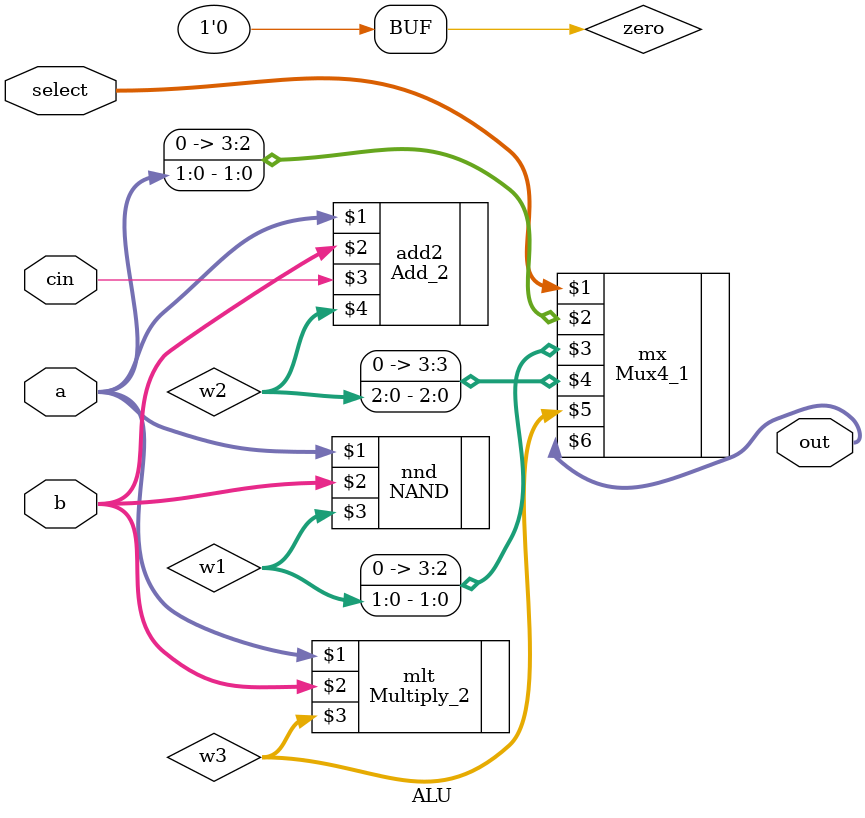
<source format=v>
`timescale 1ns / 1ps
module ALU(
    input [1:0]a,
	 input [1:0]b,
	 input cin,
	 input [1:0]select,
	 output [3:0]out);
	 
	 wire [1:0]w1;
	 wire [2:0]w2;
	 wire [3:0]w3;
	 
	 reg zero = 1'b0;
	 
	 NAND nnd(a, b, w1);
	 Add_2 add2(a, b, cin, w2);
	 Multiply_2 mlt(a, b, w3);
	 
	 Mux4_1 mx(select, {zero, zero, a}, {zero, zero, w1}, {zero, w2}, w3, out);

endmodule

</source>
